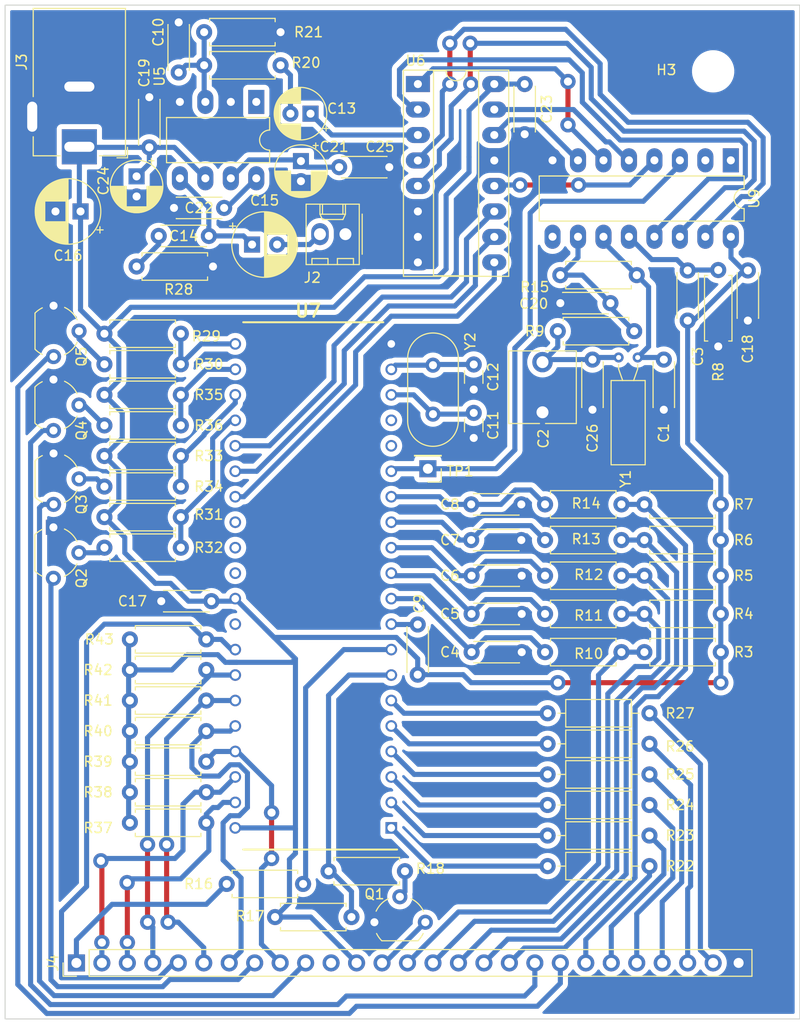
<source format=kicad_pcb>
(kicad_pcb (version 20211014) (generator pcbnew)
  (layers (0 "F.Cu" signal) (31 "B.Cu" signal) (34 "B.Paste" user) (35 "F.Paste" user) (36 "B.SilkS" user "B.Silkscreen") (37 "F.SilkS" user "F.Silkscreen") (38 "B.Mask" user) (39 "F.Mask" user) (44 "Edge.Cuts" user))
  (net 0 "")
  (net 1 "Net-(R31-Pad1)")
  (net 2 "Net-(C14-Pad2)")
  (net 3 "GND")
  (net 4 "/LED_DISPLAY_BOARD/AL")
  (net 5 "Net-(R29-Pad1)")
  (net 6 "/LED_DISPLAY_BOARD/AS")
  (net 7 "VCC")
  (net 8 "/LED_DISPLAY_BOARD/TS")
  (net 9 "/LED_DISPLAY_BOARD/HS")
  (net 10 "/LED_DISPLAY_BOARD/SAS")
  (net 11 "Net-(C2-Pad2)")
  (net 12 "Net-(C4-Pad1)")
  (net 13 "Net-(C20-Pad2)")
  (net 14 "Net-(Q1-Pad2)")
  (net 15 "Net-(C1-Pad2)")
  (net 16 "Net-(C8-Pad1)")
  (net 17 "Net-(C7-Pad1)")
  (net 18 "Net-(C6-Pad1)")
  (net 19 "Net-(C5-Pad1)")
  (net 20 "/LED_DISPLAY_BOARD/MS")
  (net 21 "Net-(R17-Pad2)")
  (net 22 "Net-(Q4-Pad2)")
  (net 23 "/MCU_BOARD/G")
  (net 24 "/MCU_BOARD/F")
  (net 25 "/MCU_BOARD/E")
  (net 26 "/MCU_BOARD/D")
  (net 27 "/MCU_BOARD/C")
  (net 28 "/MCU_BOARD/B")
  (net 29 "/MCU_BOARD/A")
  (net 30 "Net-(R16-Pad2)")
  (net 31 "Net-(Q3-Pad2)")
  (net 32 "Net-(R35-Pad1)")
  (net 33 "Net-(Q2-Pad2)")
  (net 34 "Net-(Q5-Pad2)")
  (net 35 "/LED_DISPLAY_BOARD/L4")
  (net 36 "Net-(R33-Pad1)")
  (net 37 "/LED_DISPLAY_BOARD/L0")
  (net 38 "/LED_DISPLAY_BOARD/L1")
  (net 39 "/LED_DISPLAY_BOARD/L2")
  (net 40 "Net-(R27-Pad2)")
  (net 41 "/LED_DISPLAY_BOARD/L3")
  (net 42 "Net-(R22-Pad2)")
  (net 43 "/LED_DISPLAY_BOARD/L5")
  (net 44 "Net-(R23-Pad2)")
  (net 45 "/LED_DISPLAY_BOARD/TEN_H")
  (net 46 "/LED_DISPLAY_BOARD/ONE_M")
  (net 47 "/LED_DISPLAY_BOARD/ONE_H")
  (net 48 "/LED_DISPLAY_BOARD/TEN_M")
  (net 49 "/LED_DISPLAY_BOARD/DL")
  (net 51 "Net-(C13-Pad2)")
  (net 52 "Net-(C14-Pad1)")
  (net 53 "Net-(R24-Pad2)")
  (net 54 "Net-(R25-Pad2)")
  (net 55 "Net-(R26-Pad2)")
  (net 56 "/MCU_BOARD/Q6")
  (net 57 "/MCU_BOARD/Q8")
  (net 58 "/MCU_BOARD/Q9")
  (net 59 "/MCU_BOARD/Q7")
  (net 60 "Net-(U6-Pad9)")
  (net 61 "Net-(C3-Pad2)")
  (net 62 "Net-(U6-Pad10)")
  (net 63 "Net-(U6-Pad11)")
  (net 64 "/MCU_BOARD/Q5")
  (net 65 "Net-(C12-Pad1)")
  (net 66 "Net-(C11-Pad2)")
  (net 68 "Net-(C15-Pad2)")
  (net 69 "Net-(C9-Pad2)")
  (net 70 "/MCU_BOARD/Q3")
  (net 71 "/MCU_BOARD/Q4")
  (net 74 "Net-(TP1-Pad1)")
  (footprint "Resistor_THT:R_Axial_DIN0207_L6.3mm_D2.5mm_P7.62mm_Horizontal" (layer "F.Cu") (at 178.911 79.248 180)
    (fp_text reference "R14")
    (fp_text value "470R")
  )
  (footprint "Resistor_THT:R_Axial_DIN0207_L6.3mm_D2.5mm_P7.62mm_Horizontal" (layer "F.Cu") (at 137.509 95.758 180)
    (fp_text reference "R42")
    (fp_text value "100R")
  )
  (footprint "Package_TO_SOT_THT:TO-92_Wide" (layer "F.Cu") (at 122.261 81.534 -90)
    (fp_text reference "Q2")
    (fp_text value "2N3904")
  )
  (footprint "Capacitor_THT:C_Disc_D4.3mm_W1.9mm_P5.00mm" (layer "F.Cu") (at 163.925 82.804)
    (fp_text reference "C7")
    (fp_text value "100nF")
  )
  (footprint "Resistor_THT:R_Axial_DIN0207_L6.3mm_D2.5mm_P7.62mm_Horizontal" (layer "F.Cu") (at 139.541 117.094)
    (fp_text reference "R16")
    (fp_text value "1K")
  )
  (footprint "Capacitor_THT:C_Disc_D4.3mm_W1.9mm_P5.00mm" (layer "F.Cu") (at 150.7565 45.623219)
    (fp_text reference "C25")
    (fp_text value "100nF")
  )
  (footprint "Resistor_THT:R_Axial_DIN0207_L6.3mm_D2.5mm_P7.62mm_Horizontal" (layer "F.Cu") (at 181.197 86.36)
    (fp_text reference "R5")
    (fp_text value "4k7")
  )
  (footprint "Capacitor_THT:CP_Radial_D5.0mm_P2.00mm" (layer "F.Cu") (at 146.946499 45.018888 -90)
    (fp_text reference "C21")
    (fp_text value "47uF")
  )
  (footprint "Connector_PinHeader_2.54mm:PinHeader_1x01_P2.54mm_Vertical" (layer "F.Cu") (at 159.607 75.692 180)
    (fp_text reference "TP1")
    (fp_text value "TestPoint")
  )
  (footprint "Connector_PinHeader_2.54mm:PinHeader_1x27_P2.54mm_Vertical" (layer "F.Cu") (at 124.555 124.968 90)
    (fp_text reference "J4")
    (fp_text value "Conn_01x27")
  )
  (footprint "Resistor_THT:R_Axial_DIN0207_L6.3mm_D2.5mm_P10.16mm_Horizontal" (layer "F.Cu") (at 181.705 115.316 180)
    (fp_text reference "R22")
    (fp_text value "1K")
  )
  (footprint "Package_TO_SOT_THT:TO-92_Wide" (layer "F.Cu") (at 122.277 59.436 -90)
    (fp_text reference "Q5")
    (fp_text value "2N3904")
  )
  (footprint "Resistor_THT:R_Axial_DIN0207_L6.3mm_D2.5mm_P7.62mm_Horizontal" (layer "F.Cu") (at 178.911 93.98 180)
    (fp_text reference "R10")
    (fp_text value "470R")
  )
  (footprint "Capacitor_THT:C_Disc_D4.3mm_W1.9mm_P5.00mm" (layer "F.Cu") (at 163.925 79.248)
    (fp_text reference "C8")
    (fp_text value "100nF")
  )
  (footprint "Connector_Molex:Molex_KK-254_AE-6410-02A_1x02_P2.54mm_Vertical" (layer "F.Cu") (at 151.384 52.304 180)
    (fp_text reference "J2")
    (fp_text value "Speaker_Conn_01x02")
  )
  (footprint "Capacitor_THT:C_Disc_D3.0mm_W1.6mm_P2.50mm" (layer "F.Cu") (at 164.179 65.298 -90)
    (fp_text reference "C12")
    (fp_text value "18pF")
  )
  (footprint "Resistor_THT:R_Axial_DIN0207_L6.3mm_D2.5mm_P7.62mm_Horizontal" (layer "F.Cu") (at 134.969 71.374 180)
    (fp_text reference "R36")
    (fp_text value "1k")
  )
  (footprint "Resistor_THT:R_Axial_DIN0207_L6.3mm_D2.5mm_P7.62mm_Horizontal" (layer "F.Cu") (at 149.701 115.824)
    (fp_text reference "R18")
    (fp_text value "1k")
  )
  (footprint "Resistor_THT:R_Axial_DIN0207_L6.3mm_D2.5mm_P7.62mm_Horizontal" (layer "F.Cu") (at 137.509 92.71 180)
    (fp_text reference "R43")
    (fp_text value "100R")
  )
  (footprint "Capacitor_THT:C_Disc_D3.0mm_W1.6mm_P2.50mm" (layer "F.Cu") (at 164.179 72.624 90)
    (fp_text reference "C11")
    (fp_text value "18pF")
  )
  (footprint "Resistor_THT:R_Axial_DIN0207_L6.3mm_D2.5mm_P7.62mm_Horizontal" (layer "F.Cu") (at 172.815 56.388)
    (fp_text reference "R15")
    (fp_text value "10M")
  )
  (footprint "Resistor_THT:R_Axial_DIN0207_L6.3mm_D2.5mm_P7.62mm_Horizontal" (layer "F.Cu") (at 181.197 93.98)
    (fp_text reference "R3")
    (fp_text value "4k7")
  )
  (footprint "Resistor_THT:R_Axial_DIN0207_L6.3mm_D2.5mm_P7.62mm_Horizontal" (layer "F.Cu") (at 171.291 90.17)
    (fp_text reference "R11")
    (fp_text value "470R")
  )
  (footprint "Capacitor_THT:CP_Radial_D5.0mm_P2.00mm" (layer "F.Cu") (at 147.901612 40.289219 180)
    (fp_text reference "C13")
    (fp_text value "4.7uF")
  )
  (footprint "Package_DIP:DIP-8_W7.62mm_LongPads" (layer "F.Cu") (at 142.494 39.116 -90)
    (fp_text reference "U5")
    (fp_text value "LM386")
  )
  (footprint "Resistor_THT:R_Axial_DIN0207_L6.3mm_D2.5mm_P7.62mm_Horizontal" (layer "F.Cu") (at 137.509 101.854 180)
    (fp_text reference "R40")
    (fp_text value "100R")
  )
  (footprint "Capacitor_THT:C_Disc_D4.3mm_W1.9mm_P5.00mm" (layer "F.Cu") (at 138.017 88.9 180)
    (fp_text reference "C17")
    (fp_text value "100nF")
  )
  (footprint "Resistor_THT:R_Axial_DIN0207_L6.3mm_D2.5mm_P7.62mm_Horizontal" (layer "F.Cu") (at 137.509 107.95 180)
    (fp_text reference "R38")
    (fp_text value "100R")
  )
  (footprint "Capacitor_THT:CP_Radial_D5.0mm_P2.00mm" (layer "F.Cu") (at 130.556 46.542888 -90)
    (fp_text reference "C24")
    (fp_text value "10uF")
  )
  (footprint "Resistor_THT:R_Axial_DIN0207_L6.3mm_D2.5mm_P7.62mm_Horizontal" (layer "F.Cu") (at 181.197 79.248)
    (fp_text reference "R7")
    (fp_text value "4k7")
  )
  (footprint "Capacitor_THT:C_Disc_D4.3mm_W1.9mm_P5.00mm" (layer "F.Cu") (at 134.2865 49.687219)
    (fp_text reference "C22")
    (fp_text value "100nF")
  )
  (footprint "Resistor_THT:R_Axial_DIN0207_L6.3mm_D2.5mm_P10.16mm_Horizontal" (layer "F.Cu") (at 181.705 100.076 180)
    (fp_text reference "R27")
    (fp_text value "1K")
  )
  (footprint "Capacitor_THT:C_Disc_D4.3mm_W1.9mm_P5.00mm" (layer "F.Cu") (at 137.7625 52.481219 180)
    (fp_text reference "C14")
    (fp_text value "47nF")
  )
  (footprint "Resistor_THT:R_Axial_DIN0207_L6.3mm_D2.5mm_P7.62mm_Horizontal" (layer "F.Cu") (at 144.9145 32.161219 180)
    (fp_text reference "R21")
    (fp_text value "470R")
  )
  (footprint "Resistor_THT:R_Axial_DIN0207_L6.3mm_D2.5mm_P7.62mm_Horizontal" (layer "F.Cu") (at 137.2945 35.463219)
    (fp_text reference "R20")
    (fp_text value "10K")
  )
  (footprint "Resistor_THT:R_Axial_DIN0207_L6.3mm_D2.5mm_P7.62mm_Horizontal" (layer "F.Cu") (at 134.969 65.278 180)
    (fp_text reference "R30")
    (fp_text value "1k")
  )
  (footprint "Crystal:Crystal_HC49-U_Vertical" (layer "F.Cu") (at 160.115 65.368 -90)
    (fp_text reference "Y2")
    (fp_text value "12Mhz")
  )
  (footprint "Resistor_THT:R_Axial_DIN0207_L6.3mm_D2.5mm_P7.62mm_Horizontal" (layer "F.Cu") (at 134.969 68.326 180)
    (fp_text reference "R35")
    (fp_text value "10K")
  )
  (footprint "Resistor_THT:R_Axial_DIN0207_L6.3mm_D2.5mm_P7.62mm_Horizontal" (layer "F.Cu") (at 144.367 120.396)
    (fp_text reference "R17")
    (fp_text value "10K")
  )
  (footprint "Package_DIP:DIP-16_W7.62mm_LongPads" (layer "F.Cu") (at 189.818 44.943 -90)
    (fp_text reference "U9")
    (fp_text value "SN74HC4060N")
  )
  (footprint "AT89S51-33PU:DIP1556W56P254L5232H483Q40N" (layer "F.Cu") (at 148.177 87.376 180)
    (fp_text reference "U7")
    (fp_text value "AT89S51-24PU" hide)
  )
  (footprint "Resistor_THT:R_Axial_DIN0207_L6.3mm_D2.5mm_P7.62mm_Horizontal" (layer "F.Cu") (at 134.969 77.47 180)
    (fp_text reference "R34")
    (fp_text value "1k")
  )
  (footprint "Resistor_THT:R_Axial_DIN0207_L6.3mm_D2.5mm_P7.62mm_Horizontal" (layer "F.Cu") (at 181.197 82.804)
    (fp_text reference "R6")
    (fp_text value "4k7")
  )
  (footprint "Resistor_THT:R_Axial_DIN0207_L6.3mm_D2.5mm_P7.62mm_Horizontal" (layer "F.Cu") (at 181.197 90.17)
    (fp_text reference "R4")
    (fp_text value "4k7")
  )
  (footprint "Resistor_THT:R_Axial_DIN0207_L6.3mm_D2.5mm_P10.16mm_Horizontal" (layer "F.Cu") (at 181.705 112.268 180)
    (fp_text reference "R23")
    (fp_text value "1K")
  )
  (footprint "Capacitor_THT:C_Rect_L7.0mm_W6.5mm_P5.00mm" (layer "F.Cu") (at 171.037 70.064 90)
    (fp_text reference "C2")
    (fp_text value "5-20pF")
  )
  (footprint "Resistor_THT:R_Axial_DIN0207_L6.3mm_D2.5mm_P7.62mm_Horizontal" (layer "F.Cu") (at 130.556 55.529219)
    (fp_text reference "R28")
    (fp_text value "10R")
  )
  (footprint "Capacitor_THT:C_Disc_D4.3mm_W1.9mm_P5.00mm" (layer "F.Cu") (at 185.515 60.92 90)
    (fp_text reference "C3")
    (fp_text value "100nF")
  )
  (footprint "Capacitor_THT:C_Disc_D4.3mm_W1.9mm_P5.00mm" (layer "F.Cu") (at 163.965 93.98)
    (fp_text reference "C4")
    (fp_text value "100nF")
  )
  (footprint "Capacitor_THT:CP_Radial_D6.3mm_P2.50mm" (layer "F.Cu") (at 124.968 50.038 180)
    (fp_text reference "C16")
    (fp_text value "330uF")
  )
  (footprint "Package_TO_SOT_THT:TO-92_Wide" (layer "F.Cu") (at 122.277 74.168 -90)
    (fp_text reference "Q3")
    (fp_text value "2N3904")
  )
  (footprint "Resistor_THT:R_Axial_DIN0207_L6.3mm_D2.5mm_P7.62mm_Horizontal" (layer "F.Cu") (at 134.969 74.422 180)
    (fp_text reference "R33")
    (fp_text value "10K")
  )
  (footprint "Capacitor_THT:CP_Radial_D6.3mm_P2.50mm" (layer "F.Cu") (at 142.073621 53.34)
    (fp_text reference "C15")
    (fp_text value "330uF")
  )
  (footprint "Capacitor_THT:C_Disc_D4.3mm_W1.9mm_P5.00mm" (layer "F.Cu") (at 183.134 69.81 90)
    (fp_text reference "C1")
    (fp_text value "12pF")
  )
  (footprint "Resistor_THT:R_Axial_DIN0207_L6.3mm_D2.5mm_P7.62mm_Horizontal" (layer "F.Cu") (at 137.509 104.902 180)
    (fp_text reference "R39")
    (fp_text value "100R")
  )
  (footprint "Resistor_THT:R_Axial_DIN0207_L6.3mm_D2.5mm_P7.62mm_Horizontal" (layer "F.Cu") (at 188.563 55.88 -90)
    (fp_text reference "R8")
    (fp_text value "1k")
  )
  (footprint "Resistor_THT:R_Axial_DIN0207_L6.3mm_D2.5mm_P7.62mm_Horizontal" (layer "F.Cu") (at 134.969 80.518 180)
    (fp_text reference "R31")
    (fp_text value "10K")
  )
  (footprint "Resistor_THT:R_Axial_DIN0207_L6.3mm_D2.5mm_P10.16mm_Horizontal" (layer "F.Cu") (at 181.705 106.172 180)
    (fp_text reference "R25")
    (fp_text value "1K")
  )
  (footprint "Resistor_THT:R_Axial_DIN0207_L6.3mm_D2.5mm_P7.62mm_Horizontal" (layer "F.Cu") (at 134.969 62.23 180)
    (fp_text reference "R29")
    (fp_text value "10K")
  )
  (footprint "Capacitor_THT:C_Disc_D4.3mm_W1.9mm_P5.00mm" (layer "F.Cu") (at 191.516 55.92 -90)
    (fp_text reference "C18")
    (fp_text value "100nF")
  )
  (footprint "Capacitor_THT:C_Disc_D4.3mm_W1.9mm_P5.00mm" (layer "F.Cu") (at 131.826 43.648 90)
    (fp_text reference "C19")
    (fp_text value "100nF")
  )
  (footprint "Package_TO_SOT_THT:TO-92_Wide" (layer "F.Cu") (at 122.269 66.802 -90)
    (fp_text reference "Q4")
    (fp_text value "2N3904")
  )
  (footprint "Resistor_THT:R_Axial_DIN0207_L6.3mm_D2.5mm_P7.62mm_Horizontal" (layer "F.Cu") (at 178.911 86.36 180)
    (fp_text reference "R12")
    (fp_text value "470R")
  )
  (footprint "Capacitor_THT:C_Disc_D4.3mm_W1.9mm_P5.00mm" (layer "F.Cu") (at 134.7545 36.185219 90)
    (fp_text reference "C10")
    (fp_text value "100nF")
  )
  (footprint "Capacitor_THT:C_Disc_D4.3mm_W1.9mm_P5.00mm" (layer "F.Cu") (at 163.965 90.17)
    (fp_text reference "C5")
    (fp_text value "100nF")
  )
  (footprint "MountingHole:MountingHole_3.2mm_M3" (layer "F.Cu") (at 188.055 36.068)
    (fp_text reference "H3")
    (fp_text value "MountingHole")
  )
  (footprint "Capacitor_THT:C_Disc_D4.3mm_W1.9mm_P5.00mm" (layer "F.Cu") (at 172.815 59.182)
    (fp_text reference "C20")
    (fp_text value "1nF")
  )
  (footprint "Resistor_THT:R_Axial_DIN0207_L6.3mm_D2.5mm_P7.62mm_Horizontal" (layer "F.Cu") (at 137.509 98.806 180)
    (fp_text reference "R41")
    (fp_text value "100R")
  )
  (footprint "Resistor_THT:R_Axial_DIN0207_L6.3mm_D2.5mm_P10.16mm_Horizontal" (layer "F.Cu") (at 181.705 103.124 180)
    (fp_text reference "R26")
    (fp_text value "1K")
  )
  (footprint "Crystal:Crystal_C38-LF_D3.0mm_L8.0mm_Horizontal" (layer "F.Cu") (at 178.628 64.6)
    (fp_text reference "Y1")
    (fp_text value "32.768Khz")
  )
  (footprint "Capacitor_THT:C_Disc_D4.3mm_W1.9mm_P5.00mm" (layer "F.Cu") (at 163.965 86.36)
    (fp_text reference "C6")
    (fp_text value "100nF")
  )
  (footprint "Package_DIP:DIP-16_W7.62mm_Socket_LongPads" (layer "F.Cu") (at 158.608323 37.338)
    (fp_text reference "U6")
    (fp_text value "74HC4051")
  )
  (footprint "Resistor_THT:R_Axial_DIN0207_L6.3mm_D2.5mm_P10.16mm_Horizontal" (layer "F.Cu") (at 181.705 109.22 180)
    (fp_text reference "R24")
    (fp_text value "1K")
  )
  (footprint "Connector_BarrelJack:BarrelJack_Horizontal" (layer "F.Cu") (at 124.8485 43.592 -90)
    (fp_text reference "J3")
    (fp_text value "Barrel_Jack_Switch")
  )
  (footprint "Resistor_THT:R_Axial_DIN0207_L6.3mm_D2.5mm_P7.62mm_Horizontal" (layer "F.Cu") (at 172.561 61.976)
    (fp_text reference "R9")
    (fp_text value "200k")
  )
  (footprint "Package_TO_SOT_THT:TO-92_Wide" (layer "F.Cu") (at 154.273 120.912)
    (fp_text reference "Q1")
    (fp_text value "2N3904")
  )
  (footprint "Capacitor_THT:C_Disc_D4.3mm_W1.9mm_P5.00mm" (layer "F.Cu") (at 158.591 96.226 90)
    (fp_text reference "C9")
    (fp_text value "100nF")
  )
  (footprint "Resistor_THT:R_Axial_DIN0207_L6.3mm_D2.5mm_P7.62mm_Horizontal" (layer "F.Cu") (at 134.969 83.566 180)
    (fp_text reference "R32")
    (fp_text value "1k")
  )
  (footprint "Capacitor_THT:C_Disc_D4.3mm_W1.9mm_P5.00mm" (layer "F.Cu") (at 169.259 37.338 -90)
    (fp_text reference "C23")
    (fp_text value "100nF")
  )
  (footprint "Resistor_THT:R_Axial_DIN0207_L6.3mm_D2.5mm_P7.62mm_Horizontal" (layer "F.Cu") (at 178.911 82.804 180)
    (fp_text reference "R13")
    (fp_text value "470R")
  )
  (footprint "Resistor_THT:R_Axial_DIN0207_L6.3mm_D2.5mm_P7.62mm_Horizontal" (layer "F.Cu") (at 137.509 110.998 180)
    (fp_text reference "R37")
    (fp_text value "100R")
  )
  (footprint "Capacitor_THT:C_Disc_D4.3mm_W1.9mm_P5.00mm" (layer "F.Cu") (at 176.022 64.81 -90)
    (fp_text reference "C26")
    (fp_text value "12pF")
  )
  (gr_rect (start 117.443 29.464) (end 196.691 130.556) (layer "Edge.Cuts") (width 0.1) (fill none))
  (segment (start 141.789 44.901) (end 139.954 46.736) (width 0.508) (layer "B.Cu") (net 0))
  (segment (start 137.2945 35.463219) (end 135.4765 35.463219) (width 0.508) (layer "B.Cu") (net 0))
  (segment (start 150.7565 45.623219) (end 147.55083 45.623219) (width 0.508) (layer "B.Cu") (net 0))
  (segment (start 146.812 45.018888) (end 146.694112 44.901) (width 0.508) (layer "B.Cu") (net 0))
  (segment (start 135.4765 35.463219) (end 134.7545 36.185219) (width 0.508) (layer "B.Cu") (net 0))
  (segment (start 137.2945 38.9965) (end 137.414 39.116) (width 0.508) (layer "B.Cu") (net 0))
  (segment (start 137.2945 35.463219) (end 137.2945 38.9965) (width 0.508) (layer "B.Cu") (net 0))
  (segment (start 150.030393 42.418) (end 147.901612 40.289219) (width 0.508) (layer "B.Cu") (net 0))
  (segment (start 147.55083 45.623219) (end 146.946499 45.018888) (width 0.508) (layer "B.Cu") (net 0))
  (segment (start 137.2945 32.161219) (end 137.2945 35.463219) (width 0.508) (layer "B.Cu") (net 0))
  (segment (start 158.608323 42.418) (end 150.030393 42.418) (width 0.508) (layer "B.Cu") (net 0))
  (segment (start 146.694112 44.901) (end 141.789 44.901) (width 0.508) (layer "B.Cu") (net 0))
  (segment (start 139.542781 49.687219) (end 142.494 46.736) (width 0.508) (layer "B.Cu") (net 0))
  (segment (start 139.2865 49.687219) (end 139.542781 49.687219) (width 0.508) (layer "B.Cu") (net 0))
  (segment (start 139.963907 70.866) (end 138.144499 72.685408) (width 0.508) (layer "B.Cu") (net 1))
  (segment (start 134.969 83.566) (end 134.969 80.518) (width 0.508) (layer "B.Cu") (net 1))
  (segment (start 138.144499 77.342501) (end 134.969 80.518) (width 0.508) (layer "B.Cu") (net 1))
  (segment (start 140.398 70.866) (end 139.963907 70.866) (width 0.508) (layer "B.Cu") (net 1))
  (segment (start 138.144499 72.685408) (end 138.144499 77.342501) (width 0.508) (layer "B.Cu") (net 1))
  (segment (start 132.7625 52.481219) (end 132.7625 53.322719) (width 0.508) (layer "B.Cu") (net 2))
  (segment (start 132.7625 53.322719) (end 130.556 55.529219) (width 0.508) (layer "B.Cu") (net 2))
  (segment (start 137.509 119.126) (end 139.541 117.094) (width 0.508) (layer "B.Cu") (net 4))
  (segment (start 124.555 122.682) (end 128.111 119.126) (width 0.508) (layer "B.Cu") (net 4))
  (segment (start 124.555 124.968) (end 124.555 122.682) (width 0.508) (layer "B.Cu") (net 4))
  (segment (start 128.111 119.126) (end 137.509 119.126) (width 0.508) (layer "B.Cu") (net 4))
  (segment (start 137.001 63.246) (end 134.969 65.278) (width 0.508) (layer "B.Cu") (net 5))
  (segment (start 134.969 65.278) (end 134.969 62.23) (width 0.508) (layer "B.Cu") (net 5))
  (segment (start 140.398 63.246) (end 137.001 63.246) (width 0.508) (layer "B.Cu") (net 5))
  (segment (start 178.440501 115.759559) (end 178.440501 98.798042) (width 0.508) (layer "B.Cu") (net 6))
  (segment (start 181.942927 96.52) (end 183.520501 94.942426) (width 0.508) (layer "B.Cu") (net 6))
  (segment (start 178.440501 115.759559) (end 172.494062 121.705998) (width 0.508) (layer "B.Cu") (net 6))
  (segment (start 180.718543 96.52) (end 181.942927 96.52) (width 0.508) (layer "B.Cu") (net 6))
  (segment (start 183.520501 88.683501) (end 181.197 86.36) (width 0.508) (layer "B.Cu") (net 6))
  (segment (start 172.494062 121.705998) (end 165.917002 121.705998) (width 0.508) (layer "B.Cu") (net 6))
  (segment (start 183.520501 94.942426) (end 183.520501 88.683501) (width 0.508) (layer "B.Cu") (net 6))
  (segment (start 178.440501 98.798042) (end 180.718543 96.52) (width 0.508) (layer "B.Cu") (net 6))
  (segment (start 165.917002 121.705998) (end 162.655 124.968) (width 0.508) (layer "B.Cu") (net 6))
  (segment (start 178.911 86.36) (end 181.197 86.36) (width 0.508) (layer "B.Cu") (net 6))
  (segment (start 172.561 97.028) (end 188.817 97.028) (width 0.508) (layer "F.Cu") (net 7))
  (via (at 172.561 97.028) (size 1.524) (drill 0.8128) (layers "F.Cu" "B.Cu") (net 7))
  (via (at 188.817 97.028) (size 1.524) (drill 0.8128) (layers "F.Cu" "B.Cu") (net 7))
  (segment (start 153.2965 56.545219) (end 150.2485 59.593219) (width 0.508) (layer "B.Cu") (net 7))
  (segment (start 169.005 97.028) (end 172.561 97.028) (width 0.508) (layer "B.Cu") (net 7))
  (segment (start 131.826 43.648) (end 131.826 45.272888) (width 0.508) (layer "B.Cu") (net 7))
  (segment (start 150.2485 59.593219) (end 129.985781 59.593219) (width 0.508) (layer "B.Cu") (net 7))
  (segment (start 146.399 94.647) (end 143.351 91.599) (width 0.508) (layer "B.Cu") (net 7))
  (segment (start 134.326 43.648) (end 131.826 43.648) (width 0.508) (layer "B.Cu") (net 7))
  (segment (start 124.968 50.038) (end 124.968 59.849) (width 0.508) (layer "B.Cu") (net 7))
  (segment (start 160.654719 56.553) (end 153.304281 56.553) (width 0.508) (layer "B.Cu") (net 7))
  (segment (start 138.017 88.9) (end 140.144 88.9) (width 0.508) (layer "B.Cu") (net 7))
  (segment (start 152.495 124.968) (end 147.923 120.396) (width 0.508) (layer "B.Cu") (net 7))
  (segment (start 156.459063 92.5115) (end 144.2635 92.5115) (width 0.508) (layer "B.Cu") (net 7))
  (segment (start 188.817 97.028) (end 188.817 93.98) (width 0.508) (layer "B.Cu") (net 7))
  (segment (start 138.652 94.234) (end 139.2235 94.8055) (width 0.508) (layer "B.Cu") (net 7))
  (segment (start 145.8022 114.6428) (end 145.8022 118.9608) (width 0.508) (layer "B.Cu") (net 7))
  (segment (start 188.817 79.248) (end 188.817 76.454) (width 0.508) (layer "B.Cu") (net 7))
  (segment (start 153.304281 56.553) (end 153.2965 56.545219) (width 0.508) (layer "B.Cu") (net 7))
  (segment (start 188.817 93.98) (end 188.817 79.248) (width 0.508) (layer "B.Cu") (net 7))
  (segment (start 144.2635 92.5115) (end 143.351 91.599) (width 0.508) (layer "B.Cu") (net 7))
  (segment (start 140.144 88.9) (end 140.398 88.646) (width 0.508) (layer "B.Cu") (net 7))
  (segment (start 140.557 94.996) (end 146.05 94.996) (width 0.508) (layer "B.Cu") (net 7))
  (segment (start 189.833 54.65) (end 191.103 55.92) (width 0.508) (layer "B.Cu") (net 7))
  (segment (start 143.351 91.599) (end 140.398 88.646) (width 0.508) (layer "B.Cu") (net 7))
  (segment (start 135.731 88.9) (end 138.017 88.9) (width 0.508) (layer "B.Cu") (net 7))
  (segment (start 185.515 73.152) (end 185.515 60.92) (width 0.508) (layer "B.Cu") (net 7))
  (segment (start 163.123 96.226) (end 163.925 97.028) (width 0.508) (layer "B.Cu") (net 7))
  (segment (start 124.9045 43.648) (end 124.8485 43.592) (width 0.508) (layer "B.Cu") (net 7))
  (segment (start 128.784 79.083) (end 127.349 80.518) (width 0.508) (layer "B.Cu") (net 7))
  (segment (start 163.7105 44.607219) (end 163.7105 46.131219) (width 0.508) (layer "B.Cu") (net 7))
  (segment (start 191.103 55.92) (end 186.103 60.92) (width 0.508) (layer "B.Cu") (net 7))
  (segment (start 129.127 70.104) (end 129.127 72.644) (width 0.508) (layer "B.Cu") (net 7))
  (segment (start 139.2235 94.8055) (end 139.414 94.996) (width 0.508) (layer "B.Cu") (net 7))
  (segment (start 163.7105 39.966427) (end 163.7105 44.607219) (width 0.508) (layer "B.Cu") (net 7))
  (segment (start 189.833 52.578) (end 189.833 54.65) (width 0.508) (layer "B.Cu") (net 7))
  (segment (start 166.228323 37.448604) (end 163.7105 39.966427) (width 0.508) (layer "B.Cu") (net 7))
  (segment (start 137.414 46.736) (end 134.326 43.648) (width 0.508) (layer "B.Cu") (net 7))
  (segment (start 132.429 87.122) (end 129.381 84.074) (width 0.508) (layer "B.Cu") (net 7))
  (segment (start 135.731 88.9) (end 133.953 87.122) (width 0.508) (layer "B.Cu") (net 7))
  (segment (start 139.795 94.996) (end 140.557 94.996) (width 0.508) (layer "B.Cu") (net 7))
  (segment (start 146.05 94.996) (end 146.399 94.647) (width 0.508) (layer "B.Cu") (net 7))
  (segment (start 129.381 82.55) (end 127.349 80.518) (width 0.508) (layer "B.Cu") (net 7))
  (segment (start 128.784 75.857) (end 128.784 79.083) (width 0.508) (layer "B.Cu") (net 7))
  (segment (start 146.304 111.506) (end 146.399 111.601) (width 0.508) (layer "B.Cu") (net 7))
  (segment (start 127.349 62.23) (end 128.784 63.665) (width 0.508) (layer "B.Cu") (net 7))
  (segment (start 140.557 94.996) (end 139.414 94.996) (width 0.508) (layer "B.Cu") (net 7))
  (segment (start 158.591 96.226) (end 163.123 96.226) (width 0.508) (layer "B.Cu") (net 7))
  (segment (start 158.591 96.226) (end 158.591 94.643437) (width 0.508) (layer "B.Cu") (net 7))
  (segment (start 124.8485 43.592) (end 124.8485 49.9185) (width 0.508) (layer "B.Cu") (net 7))
  (segment (start 169.259 37.338) (end 166.228323 37.338) (width 0.508) (layer "B.Cu") (net 7))
  (segment (start 128.784 63.665) (end 128.784 66.891) (width 0.508) (layer "B.Cu") (net 7))
  (segment (start 129.762 110.998) (end 129.762 92.71) (width 0.508) (layer "B.Cu") (net 7))
  (segment (start 129.127 72.644) (end 127.349 74.422) (width 0.508) (layer "B.Cu") (net 7))
  (segment (start 124.968 59.849) (end 127.349 62.23) (width 0.508) (layer "B.Cu") (net 7))
  (segment (start 129.381 84.074) (end 129.381 82.55) (width 0.508) (layer "B.Cu") (net 7))
  (segment (start 127.349 74.422) (end 128.784 75.857) (width 0.508) (layer "B.Cu") (net 7))
  (segment (start 133.953 87.122) (end 132.429 87.122) (width 0.508) (layer "B.Cu") (net 7))
  (segment (start 161.0435 56.164219) (end 160.654719 56.553) (width 0.508) (layer "B.Cu") (net 7))
  (segment (start 188.817 76.454) (end 185.515 73.152) (width 0.508) (layer "B.Cu") (net 7))
  (segment (start 124.8485 49.9185) (end 124.968 50.038) (width 0.508) (layer "B.Cu") (net 7))
  (segment (start 131.826 45.272888) (end 130.556 46.542888) (width 0.508) (layer "B.Cu") (net 7))
  (segment (start 129.985781 59.593219) (end 127.349 62.23) (width 0.508) (layer "B.Cu") (net 7))
  (segment (start 158.591 94.643437) (end 156.459063 92.5115) (width 0.508) (layer "B.Cu") (net 7))
  (segment (start 186.103 60.92) (end 185.515 60.92) (width 0.508) (layer "B.Cu") (net 7))
  (segment (start 127.349 68.326) (end 129.127 70.104) (width 0.508) (layer "B.Cu") (net 7))
  (segment (start 161.4245 55.783219) (end 161.0435 56.164219) (width 0.508) (layer "B.Cu") (net 7))
  (segment (start 163.925 97.028) (end 169.005 97.028) (width 0.508) (layer "B.Cu") (net 7))
  (segment (start 135.604 94.234) (end 138.652 94.234) (width 0.508) (layer "B.Cu") (net 7))
  (segment (start 134.08 95.758) (end 135.604 94.234) (width 0.508) (layer "B.Cu") (net 7))
  (segment (start 161.4245 48.417219) (end 161.4245 55.783219) (width 0.508) (layer "B.Cu") (net 7))
  (segment (start 147.923 120.396) (end 144.367 120.396) (width 0.508) (layer "B.Cu") (net 7))
  (segment (start 131.826 43.648) (end 124.9045 43.648) (width 0.508) (layer "B.Cu") (net 7))
  (segment (start 163.7105 46.131219) (end 161.4245 48.417219) (width 0.508) (layer "B.Cu") (net 7))
  (segment (start 140.398 111.506) (end 146.304 111.506) (width 0.508) (layer "B.Cu") (net 7))
  (segment (start 146.399 111.601) (end 146.399 94.647) (width 0.508) (layer "B.Cu") (net 7))
  (segment (start 129.762 95.758) (end 134.08 95.758) (width 0.508) (layer "B.Cu") (net 7))
  (segment (start 146.399 111.601) (end 146.399 114.046) (width 0.508) (layer "B.Cu") (net 7))
  (segment (start 128.784 66.891) (end 127.349 68.326) (width 0.508) (layer "B.Cu") (net 7))
  (segment (start 145.8022 118.9608) (end 144.367 120.396) (width 0.508) (layer "B.Cu") (net 7))
  (segment (start 146.399 114.046) (end 145.8022 114.6428) (width 0.508) (layer "B.Cu") (net 7))
  (segment (start 166.228323 37.338) (end 166.228323 37.448604) (width 0.508) (layer "B.Cu") (net 7))
  (segment (start 179.381499 99.113574) (end 180.959073 97.536) (width 0.508) (layer "B.Cu") (net 8))
  (segment (start 172.889031 122.594499) (end 179.381499 116.102031) (width 0.508) (layer "B.Cu") (net 8))
  (segment (start 178.911 82.804) (end 181.197 82.804) (width 0.508) (layer "B.Cu") (net 8))
  (segment (start 184.409002 95.310455) (end 184.409002 86.016002) (width 0.508) (layer "B.Cu") (net 8))
  (segment (start 184.409002 86.016002) (end 181.197 82.804) (width 0.508) (layer "B.Cu") (net 8))
  (segment (start 180.959073 97.536) (end 182.183457 97.536) (width 0.508) (layer "B.Cu") (net 8))
  (segment (start 167.568501 122.594499) (end 172.889031 122.594499) (width 0.508) (layer "B.Cu") (net 8))
  (segment (start 179.381499 116.102031) (end 179.381499 99.113574) (width 0.508) (layer "B.Cu") (net 8))
  (segment (start 182.183457 97.536) (end 184.409002 95.310455) (width 0.508) (layer "B.Cu") (net 8))
  (segment (start 165.195 124.968) (end 167.568501 122.594499) (width 0.508) (layer "B.Cu") (net 8))
  (segment (start 171.799 119.888) (end 162.655 119.888) (width 0.508) (layer "B.Cu") (net 9))
  (segment (start 178.911 93.98) (end 181.197 93.98) (width 0.508) (layer "B.Cu") (net 9))
  (segment (start 162.655 119.888) (end 157.575 124.968) (width 0.508) (layer "B.Cu") (net 9))
  (segment (start 176.625 115.062) (end 171.799 119.888) (width 0.508) (layer "B.Cu") (net 9))
  (segment (start 176.625 115.062) (end 176.625 96.266) (width 0.508) (layer "B.Cu") (net 9))
  (segment (start 176.625 96.266) (end 178.911 93.98) (width 0.508) (layer "B.Cu") (net 9))
  (segment (start 167.735 124.968) (end 169.22 123.483) (width 0.508) (layer "B.Cu") (net 10))
  (segment (start 181.197 79.248) (end 178.911 79.248) (width 0.508) (layer "B.Cu") (net 10))
  (segment (start 185.297503 95.678484) (end 185.297503 83.348503) (width 0.508) (layer "B.Cu") (net 10))
  (segment (start 182.594499 98.424501) (end 182.594499 98.381488) (width 0.508) (layer "B.Cu") (net 10))
  (segment (start 169.22 123.483) (end 173.25706 123.483) (width 0.508) (layer "B.Cu") (net 10))
  (segment (start 182.594499 98.381488) (end 185.297503 95.678484) (width 0.508) (layer "B.Cu") (net 10))
  (segment (start 173.25706 123.483) (end 180.27 116.47006) (width 0.508) (layer "B.Cu") (net 10))
  (segment (start 181.327102 98.424501) (end 182.594499 98.424501) (width 0.508) (layer "B.Cu") (net 10))
  (segment (start 180.27 116.47006) (end 180.27 99.481603) (width 0.508) (layer "B.Cu") (net 10))
  (segment (start 185.297503 83.348503) (end 181.197 79.248) (width 0.508) (layer "B.Cu") (net 10))
  (segment (start 180.27 99.481603) (end 181.327102 98.424501) (width 0.508) (layer "B.Cu") (net 10))
  (segment (start 171.291 64.81) (end 171.037 65.064) (width 0.508) (layer "B.Cu") (net 11))
  (segment (start 176.232 64.6) (end 176.022 64.81) (width 0.508) (layer "B.Cu") (net 11))
  (segment (start 178.628 64.6) (end 176.232 64.6) (width 0.508) (layer "B.Cu") (net 11))
  (segment (start 172.561 63.54) (end 171.037 65.064) (width 0.508) (layer "B.Cu") (net 11))
  (segment (start 172.561 61.976) (end 172.561 63.54) (width 0.508) (layer "B.Cu") (net 11))
  (segment (start 176.022 64.81) (end 171.291 64.81) (width 0.508) (layer "B.Cu") (net 11))
  (segment (start 158.631 88.646) (end 155.956 88.646) (width 0.508) (layer "B.Cu") (net 12))
  (segment (start 169.856 92.545) (end 165.4 92.545) (width 0.508) (layer "B.Cu") (net 12))
  (segment (start 165.4 92.545) (end 163.965 93.98) (width 0.508) (layer "B.Cu") (net 12))
  (segment (start 163.965 93.98) (end 158.631 88.646) (width 0.508) (layer "B.Cu") (net 12))
  (segment (start 171.291 93.98) (end 169.856 92.545) (width 0.508) (layer "B.Cu") (net 12))
  (segment (start 175.021 56.388) (end 177.815 59.182) (width 0.508) (layer "B.Cu") (net 13))
  (segment (start 174.578 52.563) (end 174.578 54.625) (width 0.508) (layer "B.Cu") (net 13))
  (segment (start 172.815 56.388) (end 175.021 56.388) (width 0.508) (layer "B.Cu") (net 13))
  (segment (start 177.815 59.61) (end 180.181 61.976) (width 0.508) (layer "B.Cu") (net 13))
  (segment (start 177.815 59.182) (end 177.815 59.61) (width 0.508) (layer "B.Cu") (net 13))
  (segment (start 174.578 54.625) (end 172.815 56.388) (width 0.508) (layer "B.Cu") (net 13))
  (segment (start 157.321 117.864) (end 156.813 118.372) (width 0.508) (layer "B.Cu") (net 14))
  (segment (start 157.321 115.824) (end 157.321 117.864) (width 0.508) (layer "B.Cu") (net 14))
  (segment (start 180.435 56.388) (end 181.616 57.569) (width 0.508) (layer "B.Cu") (net 15))
  (segment (start 181.616 63.512) (end 180.528 64.6) (width 0.508) (layer "B.Cu") (net 15))
  (segment (start 181.616 57.569) (end 181.616 63.512) (width 0.508) (layer "B.Cu") (net 15))
  (segment (start 177.148 52.593) (end 177.133 52.578) (width 0.508) (layer "B.Cu") (net 15))
  (segment (start 182.924 64.6) (end 183.134 64.81) (width 0.508) (layer "B.Cu") (net 15))
  (segment (start 177.118 53.071) (end 180.435 56.388) (width 0.508) (layer "B.Cu") (net 15))
  (segment (start 180.528 64.6) (end 182.924 64.6) (width 0.508) (layer "B.Cu") (net 15))
  (segment (start 177.118 52.563) (end 177.118 53.071) (width 0.508) (layer "B.Cu") (net 15))
  (segment (start 168.330603 77.813) (end 166.895603 79.248) (width 0.508) (layer "B.Cu") (net 16))
  (segment (start 163.925 79.248) (end 161.521281 79.248) (width 0.508) (layer "B.Cu") (net 16))
  (segment (start 166.895603 79.248) (end 163.925 79.248) (width 0.508) (layer "B.Cu") (net 16))
  (segment (start 169.856 77.813) (end 168.330603 77.813) (width 0.508) (layer "B.Cu") (net 16))
  (segment (start 161.521281 79.248) (end 160.759281 78.486) (width 0.508) (layer "B.Cu") (net 16))
  (segment (start 171.291 79.248) (end 169.856 77.813) (width 0.508) (layer "B.Cu") (net 16))
  (segment (start 160.759281 78.486) (end 155.956 78.486) (width 0.508) (layer "B.Cu") (net 16))
  (segment (start 165.36 81.369) (end 163.925 82.804) (width 0.508) (layer "B.Cu") (net 17))
  (segment (start 171.291 82.804) (end 169.856 81.369) (width 0.508) (layer "B.Cu") (net 17))
  (segment (start 163.925 82.804) (end 162.791281 82.804) (width 0.508) (layer "B.Cu") (net 17))
  (segment (start 161.013281 81.026) (end 155.956 81.026) (width 0.508) (layer "B.Cu") (net 17))
  (segment (start 162.791281 82.804) (end 161.013281 81.026) (width 0.508) (layer "B.Cu") (net 17))
  (segment (start 169.856 81.369) (end 165.36 81.369) (width 0.508) (layer "B.Cu") (net 17))
  (segment (start 159.997281 83.566) (end 162.791281 86.36) (width 0.508) (layer "B.Cu") (net 18))
  (segment (start 171.291 86.36) (end 169.856 84.925) (width 0.508) (layer "B.Cu") (net 18))
  (segment (start 169.856 84.925) (end 165.4 84.925) (width 0.508) (layer "B.Cu") (net 18))
  (segment (start 155.956 83.566) (end 159.997281 83.566) (width 0.508) (layer "B.Cu") (net 18))
  (segment (start 162.791281 86.36) (end 163.965 86.36) (width 0.508) (layer "B.Cu") (net 18))
  (segment (start 165.4 84.925) (end 163.965 86.36) (width 0.508) (layer "B.Cu") (net 18))
  (segment (start 171.291 90.17) (end 169.856 88.735) (width 0.508) (layer "B.Cu") (net 19))
  (segment (start 160.155 86.36) (end 156.21 86.36) (width 0.508) (layer "B.Cu") (net 19))
  (segment (start 156.21 86.36) (end 155.956 86.106) (width 0.508) (layer "B.Cu") (net 19))
  (segment (start 163.965 90.17) (end 160.155 86.36) (width 0.508) (layer "B.Cu") (net 19))
  (segment (start 165.4 88.735) (end 163.965 90.17) (width 0.508) (layer "B.Cu") (net 19))
  (segment (start 169.856 88.735) (end 165.4 88.735) (width 0.508) (layer "B.Cu") (net 19))
  (segment (start 178.911 90.17) (end 181.197 90.17) (width 0.508) (layer "B.Cu") (net 20))
  (segment (start 182.632 91.605) (end 181.197 90.17) (width 0.508) (layer "B.Cu") (net 20))
  (segment (start 164.265503 120.817497) (end 160.115 124.968) (width 0.508) (layer "B.Cu") (net 20))
  (segment (start 180.27 95.415) (end 181.791397 95.415) (width 0.508) (layer "B.Cu") (net 20))
  (segment (start 177.552 115.39153) (end 172.126033 120.817497) (width 0.508) (layer "B.Cu") (net 20))
  (segment (start 181.791397 95.415) (end 182.632 94.574397) (width 0.508) (layer "B.Cu") (net 20))
  (segment (start 182.632 94.574397) (end 182.632 91.605) (width 0.508) (layer "B.Cu") (net 20))
  (segment (start 172.126033 120.817497) (end 164.265503 120.817497) (width 0.508) (layer "B.Cu") (net 20))
  (segment (start 177.552 98.133) (end 180.27 95.415) (width 0.508) (layer "B.Cu") (net 20))
  (segment (start 177.552 115.39153) (end 177.552 98.133) (width 0.508) (layer "B.Cu") (net 20))
  (segment (start 151.733 96.266) (end 149.701 98.298) (width 0.508) (layer "B.Cu") (net 21))
  (segment (start 151.987 117.856) (end 151.987 120.396) (width 0.508) (layer "B.Cu") (net 21))
  (segment (start 149.701 115.57) (end 151.987 117.856) (width 0.508) (layer "B.Cu") (net 21))
  (segment (start 149.701 98.298) (end 149.701 115.57) (width 0.508) (layer "B.Cu") (net 21))
  (segment (start 155.956 96.266) (end 151.733 96.266) (width 0.508) (layer "B.Cu") (net 21))
  (segment (start 124.809 69.342) (end 125.317 69.342) (width 0.508) (layer "B.Cu") (net 22))
  (segment (start 125.317 69.342) (end 127.349 71.374) (width 0.508) (layer "B.Cu") (net 22))
  (segment (start 132.790108 126.453) (end 134.275108 124.968) (width 0.508) (layer "B.Cu") (net 23))
  (segment (start 135.858 91.186) (end 127.349 91.186) (width 0.508) (layer "B.Cu") (net 23))
  (segment (start 127.349 91.186) (end 126.714 91.821) (width 0.508) (layer "B.Cu") (net 23))
  (segment (start 137.382 92.71) (end 139.001 92.71) (width 0.508) (layer "B.Cu") (net 23))
  (segment (start 137.382 92.71) (end 135.858 91.186) (width 0.508) (layer "B.Cu") (net 23))
  (segment (start 125.571 92.964) (end 125.571 117.348) (width 0.508) (layer "B.Cu") (net 23))
  (segment (start 134.275108 124.968) (end 134.715 124.968) (width 0.508) (layer "B.Cu") (net 23))
  (segment (start 123.07 126.453) (end 132.790108 126.453) (width 0.508) (layer "B.Cu") (net 23))
  (segment (start 126.714 91.821) (end 125.571 92.964) (width 0.508) (layer "B.Cu") (net 23))
  (segment (start 123.07 119.849) (end 123.07 126.453) (width 0.508) (layer "B.Cu") (net 23))
  (segment (start 139.001 92.71) (end 140.017 93.726) (width 0.508) (layer "B.Cu") (net 23))
  (segment (start 125.571 117.348) (end 123.07 119.849) (width 0.508) (layer "B.Cu") (net 23))
  (segment (start 131.648929 113.1575) (end 131.648929 120.885929) (width 0.508) (layer "F.Cu") (net 24))
  (segment (start 131.648929 120.885929) (end 131.667 120.904) (width 0.508) (layer "F.Cu") (net 24))
  (via (at 131.667 120.904) (size 1.524) (drill 0.8128) (layers "F.Cu" "B.Cu") (net 24))
  (via (at 131.648929 113.1575) (size 1.524) (drill 0.8128) (layers "F.Cu" "B.Cu") (net 24))
  (segment (start 131.648929 102.507071) (end 131.648929 113.1575) (width 0.508) (layer "B.Cu") (net 24))
  (segment (start 132.175 121.412) (end 131.667 120.904) (width 0.508) (layer "B.Cu") (net 24))
  (segment (start 137.89 96.266) (end 131.648929 102.507071) (width 0.508) (layer "B.Cu") (net 24))
  (segment (start 140.017 96.266) (end 137.89 96.266) (width 0.508) (layer "B.Cu") (net 24))
  (segment (start 132.175 124.968) (end 132.175 121.412) (width 0.508) (layer "B.Cu") (net 24))
  (segment (start 133.553432 120.758432) (end 133.699 120.904) (width 0.508) (layer "F.Cu") (net 25))
  (segment (start 133.553432 113.1575) (end 133.553432 120.758432) (width 0.508) (layer "F.Cu") (net 25))
  (via (at 133.553432 113.1575) (size 1.524) (drill 0.8128) (layers "F.Cu" "B.Cu") (net 25))
  (via (at 133.699 120.904) (size 1.524) (drill 0.8128) (layers "F.Cu" "B.Cu") (net 25))
  (segment (start 134.715 120.904) (end 137.255 123.444) (width 0.508) (layer "B.Cu") (net 25))
  (segment (start 137.382 98.806) (end 133.553432 102.634568) (width 0.508) (layer "B.Cu") (net 25))
  (segment (start 133.553432 102.634568) (end 133.553432 113.1575) (width 0.508) (layer "B.Cu") (net 25))
  (segment (start 140.017 98.806) (end 137.382 98.806) (width 0.508) (layer "B.Cu") (net 25))
  (segment (start 137.255 123.444) (end 137.255 124.968) (width 0.508) (layer "B.Cu") (net 25))
  (segment (start 133.699 120.904) (end 134.715 120.904) (width 0.508) (layer "B.Cu") (net 25))
  (segment (start 136.914103 106.3365) (end 138.770644 106.3365) (width 0.508) (layer "B.Cu") (net 26))
  (segment (start 139.1835 111.002937) (end 139.1835 114.70781) (width 0.508) (layer "B.Cu") (net 26))
  (segment (start 136.074 103.289) (end 136.074 105.496397) (width 0.508) (layer "B.Cu") (net 26))
  (segment (start 139.894937 110.2915) (end 139.1835 111.002937) (width 0.508) (layer "B.Cu") (net 26))
  (segment (start 137.509 101.854) (end 136.074 103.289) (width 0.508) (layer "B.Cu") (net 26))
  (segment (start 136.074 105.496397) (end 136.914103 106.3365) (width 0.508) (layer "B.Cu") (net 26))
  (segment (start 140.976 116.50031) (end 140.976 123.787) (width 0.508) (layer "B.Cu") (net 26))
  (segment (start 139.895644 105.2115) (end 140.793299 105.2115) (width 0.508) (layer "B.Cu") (net 26))
  (segment (start 139.89 101.854) (end 140.398 101.346) (width 0.508) (layer "B.Cu") (net 26))
  (segment (start 140.790063 110.2915) (end 139.894937 110.2915) (width 0.508) (layer "B.Cu") (net 26))
  (segment (start 138.770644 106.3365) (end 139.895644 105.2115) (width 0.508) (layer "B.Cu") (net 26))
  (segment (start 140.976 123.787) (end 139.795 124.968) (width 0.508) (layer "B.Cu") (net 26))
  (segment (start 139.1835 114.70781) (end 140.976 116.50031) (width 0.508) (layer "B.Cu") (net 26))
  (segment (start 137.509 101.854) (end 139.89 101.854) (width 0.508) (layer "B.Cu") (net 26))
  (segment (start 141.6125 106.030701) (end 141.6125 109.469063) (width 0.508) (layer "B.Cu") (net 26))
  (segment (start 140.793299 105.2115) (end 141.6125 106.030701) (width 0.508) (layer "B.Cu") (net 26))
  (segment (start 141.6125 109.469063) (end 140.790063 110.2915) (width 0.508) (layer "B.Cu") (net 26))
  (segment (start 144.018 109.982) (end 144.018 114.554) (width 0.508) (layer "F.Cu") (net 27))
  (via (at 144.018 114.554) (size 1.524) (drill 0.8128) (layers "F.Cu" "B.Cu") (net 27))
  (via (at 144.018 109.982) (size 1.524) (drill 0.8128) (layers "F.Cu" "B.Cu") (net 27))
  (segment (start 144.018 114.554) (end 143.0082 115.5638) (width 0.508) (layer "B.Cu") (net 27))
  (segment (start 140.616567 103.886) (end 144.018 107.287433) (width 0.508) (layer "B.Cu") (net 27))
  (segment (start 138.398 103.886) (end 137.382 104.902) (width 0.508) (layer "B.Cu") (net 27))
  (segment (start 140.017 103.886) (end 138.398 103.886) (width 0.508) (layer "B.Cu") (net 27))
  (segment (start 143.0082 115.5638) (end 143.0082 123.1012) (width 0.508) (layer "B.Cu") (net 27))
  (segment (start 144.018 107.287433) (end 144.018 109.982) (width 0.508) (layer "B.Cu") (net 27))
  (segment (start 140.398 103.886) (end 140.616567 103.886) (width 0.508) (layer "B.Cu") (net 27))
  (segment (start 143.0082 123.1012) (end 144.875 124.968) (width 0.508) (layer "B.Cu") (net 27))
  (segment (start 127.095 122.936) (end 127.095 114.887506) (width 0.508) (layer "F.Cu") (net 28))
  (segment (start 127.095 114.887506) (end 126.995618 114.788124) (width 0.508) (layer "F.Cu") (net 28))
  (via (at 126.995618 114.788124) (size 1.524) (drill 0.8128) (layers "F.Cu" "B.Cu") (net 28))
  (via (at 127.095 122.936) (size 1.524) (drill 0.8128) (layers "F.Cu" "B.Cu") (net 28))
  (segment (start 127.095 122.936) (end 127.095 124.968) (width 0.508) (layer "B.Cu") (net 28))
  (segment (start 137.509 107.95) (end 138.874 107.95) (width 0.508) (layer "B.Cu") (net 28))
  (segment (start 137.509 107.95) (end 136.37763 107.95) (width 0.508) (layer "B.Cu") (net 28))
  (segment (start 135.185499 113.754499) (end 134.385998 114.554) (width 0.508) (layer "B.Cu") (net 28))
  (segment (start 136.37763 107.95) (end 135.185499 109.142131) (width 0.508) (layer "B.Cu") (net 28))
  (segment (start 127.229742 114.554) (end 126.995618 114.788124) (width 0.508) (layer "B.Cu") (net 28))
  (segment (start 134.385998 114.554) (end 127.229742 114.554) (width 0.508) (layer "B.Cu") (net 28))
  (segment (start 135.185499 109.142131) (end 135.185499 113.754499) (width 0.508) (layer "B.Cu") (net 28))
  (segment (start 138.874 107.95) (end 140.398 106.426) (width 0.508) (layer "B.Cu") (net 28))
  (segment (start 129.635 116.992293) (end 129.609207 116.9665) (width 0.508) (layer "F.Cu") (net 29))
  (segment (start 129.635 122.936) (end 129.635 116.992293) (width 0.508) (layer "F.Cu") (net 29))
  (via (at 129.635 122.936) (size 1.524) (drill 0.8128) (layers "F.Cu" "B.Cu") (net 29))
  (via (at 129.609207 116.9665) (size 1.524) (drill 0.8128) (layers "F.Cu" "B.Cu") (net 29))
  (segment (start 138.684 109.474) (end 139.192 108.966) (width 0.508) (layer "B.Cu") (net 29))
  (segment (start 129.990705 116.585002) (end 129.609207 116.9665) (width 0.508) (layer "B.Cu") (net 29))
  (segment (start 137.763 110.998) (end 137.763 113.77853) (width 0.508) (layer "B.Cu") (net 29))
  (segment (start 137.763 113.77853) (end 134.956528 116.585002) (width 0.508) (layer "B.Cu") (net 29))
  (segment (start 137.509 110.998) (end 137.509 110.141) (width 0.508) (layer "B.Cu") (net 29))
  (segment (start 137.746927 110.998) (end 137.382 110.998) (width 0.508) (layer "B.Cu") (net 29))
  (segment (start 137.509 110.141) (end 138.176 109.474) (width 0.508) (layer "B.Cu") (net 29))
  (segment (start 134.956528 116.585002) (end 129.990705 116.585002) (width 0.508) (layer "B.Cu") (net 29))
  (segment (start 138.176 109.474) (end 138.684 109.474) (width 0.508) (layer "B.Cu") (net 29))
  (segment (start 129.635 122.936) (end 129.635 124.968) (width 0.508) (layer "B.Cu") (net 29))
  (segment (start 139.192 108.966) (end 140.398 108.966) (width 0.508) (layer "B.Cu") (net 29))
  (segment (start 155.956 93.726) (end 151.225 93.726) (width 0.508) (layer "B.Cu") (net 30))
  (segment (start 151.225 93.726) (end 147.415 97.536) (width 0.508) (layer "B.Cu") (net 30))
  (segment (start 147.415 97.536) (end 147.415 116.84) (width 0.508) (layer "B.Cu") (net 30))
  (segment (start 147.415 116.84) (end 147.161 117.094) (width 0.508) (layer "B.Cu") (net 30))
  (segment (start 126.587 76.708) (end 127.349 77.47) (width 0.508) (layer "B.Cu") (net 31))
  (segment (start 124.817 76.708) (end 126.587 76.708) (width 0.508) (layer "B.Cu") (net 31))
  (segment (start 134.969 68.326) (end 137.509 65.786) (width 0.508) (layer "B.Cu") (net 32))
  (segment (start 134.969 71.374) (end 134.969 68.326) (width 0.508) (layer "B.Cu") (net 32))
  (segment (start 137.509 65.786) (end 140.398 65.786) (width 0.508) (layer "B.Cu") (net 32))
  (segment (start 124.801 84.074) (end 126.841 84.074) (width 0.508) (layer "B.Cu") (net 33))
  (segment (start 126.841 84.074) (end 127.349 83.566) (width 0.508) (layer "B.Cu") (net 33))
  (segment (start 124.817 62.746) (end 127.349 65.278) (width 0.508) (layer "B.Cu") (net 34))
  (segment (start 124.817 61.976) (end 124.817 62.746) (width 0.508) (layer "B.Cu") (net 34))
  (segment (start 185.805503 117.311497) (end 185.805503 107.224503) (width 0.508) (layer "B.Cu") (net 35))
  (segment (start 185.515 124.968) (end 185.515 117.602) (width 0.508) (layer "B.Cu") (net 35))
  (segment (start 185.515 117.602) (end 185.805503 117.311497) (width 0.508) (layer "B.Cu") (net 35))
  (segment (start 185.805503 107.224503) (end 181.705 103.124) (width 0.508) (layer "B.Cu") (net 35))
  (segment (start 134.969 74.422) (end 135.206927 74.422) (width 0.508) (layer "B.Cu") (net 36))
  (segment (start 134.969 77.47) (end 134.969 74.422) (width 0.508) (layer "B.Cu") (net 36))
  (segment (start 137.292501 72.336426) (end 137.292501 72.251035) (width 0.508) (layer "B.Cu") (net 36))
  (segment (start 140.398 69.145536) (end 140.398 68.326) (width 0.508) (layer "B.Cu") (net 36))
  (segment (start 137.292501 72.251035) (end 140.398 69.145536) (width 0.508) (layer "B.Cu") (net 36))
  (segment (start 135.206927 74.422) (end 137.292501 72.336426) (width 0.508) (layer "B.Cu") (net 36))
  (segment (start 181.705 116.29159) (end 175.355 122.64159) (width 0.508) (layer "B.Cu") (net 37))
  (segment (start 175.355 122.64159) (end 175.355 124.968) (width 0.508) (layer "B.Cu") (net 37))
  (segment (start 181.705 115.316) (end 181.705 116.29159) (width 0.508) (layer "B.Cu") (net 37))
  (segment (start 177.895 121.35812) (end 183.14 116.11312) (width 0.508) (layer "B.Cu") (net 38))
  (segment (start 183.14 113.703) (end 181.705 112.268) (width 0.508) (layer "B.Cu") (net 38))
  (segment (start 177.895 124.968) (end 177.895 121.35812) (width 0.508) (layer "B.Cu") (net 38))
  (segment (start 183.14 116.11312) (end 183.14 113.703) (width 0.508) (layer "B.Cu") (net 38))
  (segment (start 180.435 124.968) (end 180.435 120.07465) (width 0.508) (layer "B.Cu") (net 39))
  (segment (start 184.028501 111.543501) (end 181.705 109.22) (width 0.508) (layer "B.Cu") (net 39))
  (segment (start 184.028501 116.481149) (end 184.028501 111.543501) (width 0.508) (layer "B.Cu") (net 39))
  (segment (start 180.435 120.07465) (end 184.028501 116.481149) (width 0.508) (layer "B.Cu") (net 39))
  (segment (start 157.226 100.076) (end 155.956 98.806) (width 0.508) (layer "B.Cu") (net 40))
  (segment (start 171.545 100.076) (end 157.226 100.076) (width 0.508) (layer "B.Cu") (net 40))
  (segment (start 184.917002 109.384002) (end 181.705 106.172) (width 0.508) (layer "B.Cu") (net 41))
  (segment (start 184.917002 116.929998) (end 184.917002 109.384002) (width 0.508) (layer "B.Cu") (net 41))
  (segment (start 182.975 118.872) (end 184.917002 116.929998) (width 0.508) (layer "B.Cu") (net 41))
  (segment (start 182.975 124.968) (end 182.975 118.872) (width 0.508) (layer "B.Cu") (net 41))
  (segment (start 159.766 115.316) (end 155.956 111.506) (width 0.508) (layer "B.Cu") (net 42))
  (segment (start 171.545 115.316) (end 159.766 115.316) (width 0.508) (layer "B.Cu") (net 42))
  (segment (start 186.785 105.156) (end 186.785 123.698) (width 0.508) (layer "B.Cu") (net 43))
  (segment (start 181.705 100.076) (end 186.785 105.156) (width 0.508) (layer "B.Cu") (net 43))
  (segment (start 186.785 123.698) (end 188.055 124.968) (width 0.508) (layer "B.Cu") (net 43))
  (segment (start 159.258 112.268) (end 155.956 108.966) (width 0.508) (layer "B.Cu") (net 44))
  (segment (start 171.545 112.268) (end 159.258 112.268) (width 0.508) (layer "B.Cu") (net 44))
  (segment (start 140.682003 126.620997) (end 133.878641 126.620997) (width 0.508) (layer "B.Cu") (net 45))
  (segment (start 122.015 86.86) (end 122.261 86.614) (width 0.508) (layer "B.Cu") (net 45))
  (segment (start 133.158137 127.341501) (end 122.701971 127.341501) (width 0.508) (layer "B.Cu") (net 45))
  (segment (start 142.335 124.968) (end 140.682003 126.620997) (width 0.508) (layer "B.Cu") (net 45))
  (segment (start 133.878641 126.620997) (end 133.158137 127.341501) (width 0.508) (layer "B.Cu") (net 45))
  (segment (start 122.701971 127.341501) (end 122.015 126.65453) (width 0.508) (layer "B.Cu") (net 45))
  (segment (start 122.015 126.65453) (end 122.015 86.86) (width 0.508) (layer "B.Cu") (net 45))
  (segment (start 118.713 127.12212) (end 118.713 67.588) (width 0.508) (layer "B.Cu") (net 46))
  (segment (start 118.713 67.588) (end 121.785 64.516) (width 0.508) (layer "B.Cu") (net 46))
  (segment (start 152.495 129.2865) (end 151.774496 130.007004) (width 0.508) (layer "B.Cu") (net 46))
  (segment (start 172.815 124.968) (end 172.815 127.0005) (width 0.508) (layer "B.Cu") (net 46))
  (segment (start 170.529 129.2865) (end 152.495 129.2865) (width 0.508) (layer "B.Cu") (net 46))
  (segment (start 151.774496 130.007004) (end 121.597884 130.007004) (width 0.508) (layer "B.Cu") (net 46))
  (segment (start 121.597884 130.007004) (end 118.713 127.12212) (width 0.508) (layer "B.Cu") (net 46))
  (segment (start 172.815 127.0005) (end 170.529 129.2865) (width 0.508) (layer "B.Cu") (net 46))
  (segment (start 121.785 64.516) (end 122.277 64.516) (width 0.508) (layer "B.Cu") (net 46))
  (segment (start 120.876 79.58834) (end 121.21634 79.248) (width 0.508) (layer "B.Cu") (net 47))
  (segment (start 120.876 126.77206) (end 120.876 79.58834) (width 0.508) (layer "B.Cu") (net 47))
  (segment (start 147.415 124.968) (end 144.152998 128.230002) (width 0.508) (layer "B.Cu") (net 47))
  (segment (start 121.21634 79.248) (end 122.277 79.248) (width 0.508) (layer "B.Cu") (net 47))
  (segment (start 122.333942 128.230002) (end 120.876 126.77206) (width 0.508) (layer "B.Cu") (net 47))
  (segment (start 144.152998 128.230002) (end 122.333942 128.230002) (width 0.508) (layer "B.Cu") (net 47))
  (segment (start 121.965913 129.118503) (end 150.630497 129.118503) (width 0.508) (layer "B.Cu") (net 48))
  (segment (start 122.269 71.882) (end 121.20834 71.882) (width 0.508) (layer "B.Cu") (net 48))
  (segment (start 121.20834 71.882) (end 119.987499 73.102841) (width 0.508) (layer "B.Cu") (net 48))
  (segment (start 170.275 124.968) (end 170.275 127.254) (width 0.508) (layer "B.Cu") (net 48))
  (segment (start 119.987499 127.140089) (end 121.965913 129.118503) (width 0.508) (layer "B.Cu") (net 48))
  (segment (start 169.259 128.27) (end 151.479 128.27) (width 0.508) (layer "B.Cu") (net 48))
  (segment (start 151.479 128.27) (end 150.630497 129.118503) (width 0.508) (layer "B.Cu") (net 48))
  (segment (start 119.987499 73.102841) (end 119.987499 127.140089) (width 0.508) (layer "B.Cu") (net 48))
  (segment (start 170.275 127.254) (end 169.259 128.27) (width 0.508) (layer "B.Cu") (net 48))
  (segment (start 155.297 124.968) (end 155.035 124.968) (width 0.508) (layer "B.Cu") (net 49))
  (segment (start 159.353 120.912) (end 155.297 124.968) (width 0.508) (layer "B.Cu") (net 49))
  (segment (start 145.901612 40.289219) (end 145.901612 36.450331) (width 0.508) (layer "B.Cu") (net 51))
  (segment (start 145.901612 36.450331) (end 144.9145 35.463219) (width 0.508) (layer "B.Cu") (net 51))
  (segment (start 137.7625 52.481219) (end 141.21484 52.481219) (width 0.508) (layer "B.Cu") (net 52))
  (segment (start 141.21484 52.481219) (end 142.073621 53.34) (width 0.508) (layer "B.Cu") (net 52))
  (segment (start 137.7625 49.6245) (end 137.7625 52.481219) (width 0.508) (layer "B.Cu") (net 52))
  (segment (start 134.874 46.736) (end 137.7625 49.6245) (width 0.508) (layer "B.Cu") (net 52))
  (segment (start 158.75 109.22) (end 155.956 106.426) (width 0.508) (layer "B.Cu") (net 53))
  (segment (start 171.545 109.22) (end 158.75 109.22) (width 0.508) (layer "B.Cu") (net 53))
  (segment (start 158.242 106.172) (end 155.956 103.886) (width 0.508) (layer "B.Cu") (net 54))
  (segment (start 171.545 106.172) (end 158.242 106.172) (width 0.508) (layer "B.Cu") (net 54))
  (segment (start 171.545 103.124) (end 157.734 103.124) (width 0.508) (layer "B.Cu") (net 55))
  (segment (start 157.734 103.124) (end 155.956 101.346) (width 0.508) (layer "B.Cu") (net 55))
  (segment (start 173.577 41.402) (end 173.577 37.084) (width 0.508) (layer "F.Cu") (net 56))
  (via (at 173.577 41.402) (size 1.524) (drill 0.8128) (layers "F.Cu" "B.Cu") (net 56))
  (via (at 173.577 37.084) (size 1.524) (drill 0.8128) (layers "F.Cu" "B.Cu") (net 56))
  (segment (start 173.577 37.084) (end 172.307999 35.814999) (width 0.508) (layer "B.Cu") (net 56))
  (segment (start 160.131324 35.814999) (end 158.608323 37.338) (width 0.508) (layer "B.Cu") (net 56))
  (segment (start 172.307999 35.814999) (end 160.131324 35.814999) (width 0.508) (layer "B.Cu") (net 56))
  (segment (start 177.118 44.943) (end 173.577 41.402) (width 0.508) (layer "B.Cu") (net 56))
  (segment (start 156.773323 38.443) (end 156.773323 35.903) (width 0.508) (layer "B.Cu") (net 57))
  (segment (start 190.99294 46.778) (end 187.583 46.778) (width 0.508) (layer "B.Cu") (net 57))
  (segment (start 187.583 46.778) (end 182.198 52.163) (width 0.508) (layer "B.Cu") (net 57))
  (segment (start 157.751823 34.9245) (end 173.7035 34.9245) (width 0.508) (layer "B.Cu") (net 57))
  (segment (start 175.006998 39.146072) (end 178.785928 42.925002) (width 0.508) (layer "B.Cu") (net 57))
  (segment (start 191.262998 46.507942) (end 190.99294 46.778) (width 0.508) (layer "B.Cu") (net 57))
  (segment (start 158.208323 39.878) (end 156.773323 38.443) (width 0.508) (layer "B.Cu") (net 57))
  (segment (start 175.006998 36.227998) (end 175.006998 39.146072) (width 0.508) (layer "B.Cu") (net 57))
  (segment (start 156.773323 35.903) (end 157.751823 34.9245) (width 0.508) (layer "B.Cu") (net 57))
  (segment (start 190.779942 42.925002) (end 191.262998 43.408058) (width 0.508) (layer "B.Cu") (net 57))
  (segment (start 191.262998 43.408058) (end 191.262998 46.507942) (width 0.508) (layer "B.Cu") (net 57))
  (segment (start 178.785928 42.925002) (end 190.779942 42.925002) (width 0.508) (layer "B.Cu") (net 57))
  (segment (start 173.7035 34.9245) (end 175.006998 36.227998) (width 0.508) (layer "B.Cu") (net 57))
  (segment (start 182.198 52.163) (end 182.198 52.563) (width 0.508) (layer "B.Cu") (net 57))
  (segment (start 158.608323 39.878) (end 158.208323 39.878) (width 0.508) (layer "B.Cu") (net 57))
  (segment (start 161.798 33.274) (end 161.798 37.338) (width 0.508) (layer "F.Cu") (net 58))
  (via (at 161.798 37.338) (size 1.524) (drill 0.8128) (layers "F.Cu" "B.Cu") (net 58))
  (via (at 161.798 33.274) (size 1.524) (drill 0.8128) (layers "F.Cu" "B.Cu") (net 58))
  (segment (start 193.04 47.244) (end 193.04 42.672) (width 0.508) (layer "B.Cu") (net 58))
  (segment (start 161.043999 38.092001) (end 161.043999 42.41172) (width 0.508) (layer "B.Cu") (net 58))
  (segment (start 161.798 37.338) (end 161.043999 38.092001) (width 0.508) (layer "B.Cu") (net 58))
  (segment (start 191.728998 48.555002) (end 193.04 47.244) (width 0.508) (layer "B.Cu") (net 58))
  (segment (start 179.578 41.148) (end 176.784 38.354) (width 0.508) (layer "B.Cu") (net 58))
  (segment (start 176.784 35.307) (end 173.3545 31.8775) (width 0.508) (layer "B.Cu") (net 58))
  (segment (start 173.3545 31.8775) (end 163.1945 31.8775) (width 0.508) (layer "B.Cu") (net 58))
  (segment (start 161.043999 42.41172) (end 158.608323 44.847396) (width 0.508) (layer "B.Cu") (net 58))
  (segment (start 176.784 38.354) (end 176.784 35.307) (width 0.508) (layer "B.Cu") (net 58))
  (segment (start 158.608323 44.847396) (end 158.608323 44.958) (width 0.508) (layer "B.Cu") (net 58))
  (segment (start 190.885998 48.555002) (end 191.728998 48.555002) (width 0.508) (layer "B.Cu") (net 58))
  (segment (start 187.278 52.163) (end 190.885998 48.555002) (width 0.508) (layer "B.Cu") (net 58))
  (segment (start 193.04 42.672) (end 191.516 41.148) (width 0.508) (layer "B.Cu") (net 58))
  (segment (start 163.1945 31.8775) (end 161.798 33.274) (width 0.508) (layer "B.Cu") (net 58))
  (segment (start 187.278 52.563) (end 187.278 52.163) (width 0.508) (layer "B.Cu") (net 58))
  (segment (start 191.516 41.148) (end 179.578 41.148) (width 0.508) (layer "B.Cu") (net 58))
  (segment (start 163.83 37.282177) (end 163.885823 37.338) (width 0.508) (layer "F.Cu") (net 59))
  (segment (start 163.83 33.274) (end 163.83 37.282177) (width 0.508) (layer "F.Cu") (net 59))
  (via (at 163.83 33.274) (size 1.524) (drill 0.8128) (layers "F.Cu" "B.Cu") (net 59))
  (via (at 163.885823 37.338) (size 1.524) (drill 0.8128) (layers "F.Cu" "B.Cu") (net 59))
  (segment (start 163.83 33.274) (end 173.49447 33.274) (width 0.508) (layer "B.Cu") (net 59))
  (segment (start 192.151499 43.040029) (end 192.151499 46.875971) (width 0.508) (layer "B.Cu") (net 59))
  (segment (start 184.738 52.163) (end 184.738 52.563) (width 0.508) (layer "B.Cu") (net 59))
  (segment (start 161.9325 42.779749) (end 161.9325 39.527219) (width 0.508) (layer "B.Cu") (net 59))
  (segment (start 191.147971 42.036501) (end 192.151499 43.040029) (width 0.508) (layer "B.Cu") (net 59))
  (segment (start 161.9325 39.527219) (end 163.885823 37.573896) (width 0.508) (layer "B.Cu") (net 59))
  (segment (start 160.750499 45.355824) (end 160.750499 43.96175) (width 0.508) (layer "B.Cu") (net 59))
  (segment (start 173.49447 33.274) (end 175.895499 35.675029) (width 0.508) (layer "B.Cu") (net 59))
  (segment (start 189.234499 47.666501) (end 184.738 52.163) (width 0.508) (layer "B.Cu") (net 59))
  (segment (start 163.885823 37.573896) (end 163.885823 37.338) (width 0.508) (layer "B.Cu") (net 59))
  (segment (start 158.608323 47.498) (end 160.750499 45.355824) (width 0.508) (layer "B.Cu") (net 59))
  (segment (start 179.153957 42.036501) (end 191.147971 42.036501) (width 0.508) (layer "B.Cu") (net 59))
  (segment (start 175.895499 38.778043) (end 179.153957 42.036501) (width 0.508) (layer "B.Cu") (net 59))
  (segment (start 175.895499 35.675029) (end 175.895499 38.778043) (width 0.508) (layer "B.Cu") (net 59))
  (segment (start 192.151499 46.875971) (end 191.360969 47.666501) (width 0.508) (layer "B.Cu") (net 59))
  (segment (start 160.750499 43.96175) (end 161.9325 42.779749) (width 0.508) (layer "B.Cu") (net 59))
  (segment (start 191.360969 47.666501) (end 189.234499 47.666501) (width 0.508) (layer "B.Cu") (net 59))
  (segment (start 153.803502 62.628747) (end 153.803502 62.642217) (width 0.508) (layer "B.Cu") (net 60))
  (segment (start 153.803502 62.642217) (end 152.400765 64.044954) (width 0.508) (layer "B.Cu") (net 60))
  (segment (start 155.950529 60.48172) (end 153.803502 62.628747) (width 0.508) (layer "B.Cu") (net 60))
  (segment (start 166.228323 55.118) (end 166.228323 56.794456) (width 0.508) (layer "B.Cu") (net 60))
  (segment (start 152.400765 67.333484) (end 141.248249 78.486) (width 0.508) (layer "B.Cu") (net 60))
  (segment (start 152.400765 64.044954) (end 152.400765 67.333484) (width 0.508) (layer "B.Cu") (net 60))
  (segment (start 166.228323 56.794456) (end 162.541059 60.48172) (width 0.508) (layer "B.Cu") (net 60))
  (segment (start 162.541059 60.48172) (end 155.950529 60.48172) (width 0.508) (layer "B.Cu") (net 60))
  (segment (start 141.248249 78.486) (end 140.398 78.486) (width 0.508) (layer "B.Cu") (net 60))
  (segment (start 184.436 54.841) (end 181.936 54.841) (width 0.508) (layer "B.Cu") (net 61))
  (segment (start 181.936 54.841) (end 179.673 52.578) (width 0.508) (layer "B.Cu") (net 61))
  (segment (start 188.563 55.88) (end 185.007 55.88) (width 0.508) (layer "B.Cu") (net 61))
  (segment (start 185.047 55.92) (end 185.515 55.92) (width 0.508) (layer "B.Cu") (net 61))
  (segment (start 185.515 55.92) (end 184.436 54.841) (width 0.508) (layer "B.Cu") (net 61))
  (segment (start 185.007 55.88) (end 185.047 55.92) (width 0.508) (layer "B.Cu") (net 61))
  (segment (start 166.228323 52.578) (end 164.345001 54.461322) (width 0.508) (layer "B.Cu") (net 62))
  (segment (start 142.531719 75.946) (end 140.398 75.946) (width 0.508) (layer "B.Cu") (net 62))
  (segment (start 151.2645 63.911219) (end 151.2645 67.213219) (width 0.508) (layer "B.Cu") (net 62))
  (segment (start 162.300529 59.46572) (end 155.709999 59.46572) (width 0.508) (layer "B.Cu") (net 62))
  (segment (start 151.2645 67.213219) (end 142.531719 75.946) (width 0.508) (layer "B.Cu") (net 62))
  (segment (start 155.709999 59.46572) (end 151.2645 63.911219) (width 0.508) (layer "B.Cu") (net 62))
  (segment (start 164.345001 57.421248) (end 162.300529 59.46572) (width 0.508) (layer "B.Cu") (net 62))
  (segment (start 164.345001 54.461322) (end 164.345001 57.421248) (width 0.508) (layer "B.Cu") (net 62))
  (segment (start 163.4565 52.809823) (end 163.4565 57.053219) (width 0.508) (layer "B.Cu") (net 63))
  (segment (start 150.2485 66.959219) (end 150.1215 67.086219) (width 0.508) (layer "B.Cu") (net 63))
  (segment (start 166.228323 50.038) (end 163.4565 52.809823) (width 0.508) (layer "B.Cu") (net 63))
  (segment (start 143.801719 73.406) (end 150.1215 67.086219) (width 0.508) (layer "B.Cu") (net 63))
  (segment (start 150.2485 63.403219) (end 150.2485 66.959219) (width 0.508) (layer "B.Cu") (net 63))
  (segment (start 163.4565 57.053219) (end 161.9325 58.577219) (width 0.508) (layer "B.Cu") (net 63))
  (segment (start 140.398 73.406) (end 143.801719 73.406) (width 0.508) (layer "B.Cu") (net 63))
  (segment (start 161.9325 58.577219) (end 155.0745 58.577219) (width 0.508) (layer "B.Cu") (net 63))
  (segment (start 155.0745 58.577219) (end 150.2485 63.403219) (width 0.508) (layer "B.Cu") (net 63))
  (segment (start 174.6325 47.401219) (end 168.7905 47.401219) (width 0.508) (layer "F.Cu") (net 64))
  (via (at 168.7905 47.401219) (size 1.524) (drill 0.8128) (layers "F.Cu" "B.Cu") (net 64))
  (via (at 174.6325 47.401219) (size 1.524) (drill 0.8128) (layers "F.Cu" "B.Cu") (net 64))
  (segment (start 166.325104 47.401219) (end 166.228323 47.498) (width 0.508) (layer "B.Cu") (net 64))
  (segment (start 182.198 44.943) (end 179.739781 47.401219) (width 0.508) (layer "B.Cu") (net 64))
  (segment (start 179.739781 47.401219) (end 174.6325 47.401219) (width 0.508) (layer "B.Cu") (net 64))
  (segment (start 168.7905 47.401219) (end 166.325104 47.401219) (width 0.508) (layer "B.Cu") (net 64))
  (segment (start 164.179 65.298) (end 160.185 65.298) (width 0.508) (layer "B.Cu") (net 65))
  (segment (start 160.115 65.368) (end 156.374 65.368) (width 0.508) (layer "B.Cu") (net 65))
  (segment (start 156.374 65.368) (end 155.956 65.786) (width 0.508) (layer "B.Cu") (net 65))
  (segment (start 160.185 65.298) (end 160.115 65.368) (width 0.508) (layer "B.Cu") (net 65))
  (segment (start 160.115 70.248) (end 164.055 70.248) (width 0.508) (layer "B.Cu") (net 66))
  (segment (start 155.956 68.326) (end 158.193 68.326) (width 0.508) (layer "B.Cu") (net 66))
  (segment (start 158.193 68.326) (end 160.115 70.248) (width 0.508) (layer "B.Cu") (net 66))
  (segment (start 164.055 70.248) (end 164.179 70.124) (width 0.508) (layer "B.Cu") (net 66))
  (segment (start 144.573621 53.34) (end 147.808 53.34) (width 0.508) (layer "B.Cu") (net 68))
  (segment (start 147.808 53.34) (end 148.844 52.304) (width 0.508) (layer "B.Cu") (net 68))
  (segment (start 158.591 91.226) (end 155.996 91.226) (width 0.508) (layer "B.Cu") (net 69))
  (segment (start 155.996 91.226) (end 155.956 91.186) (width 0.508) (layer "B.Cu") (net 69))
  (segment (start 166.228323 42.418) (end 167.743323 40.903) (width 0.508) (layer "B.Cu") (net 70))
  (segment (start 167.743323 40.903) (end 170.538 40.903) (width 0.508) (layer "B.Cu") (net 70))
  (segment (start 170.538 40.903) (end 174.578 44.943) (width 0.508) (layer "B.Cu") (net 70))
  (segment (start 179.547396 44.943) (end 179.658 44.943) (width 0.508) (layer "B.Cu") (net 71))
  (segment (start 177.35541 43.108) (end 177.712396 43.108) (width 0.508) (layer "B.Cu") (net 71))
  (segment (start 166.228323 39.878) (end 174.12541 39.878) (width 0.508) (layer "B.Cu") (net 71))
  (segment (start 174.12541 39.878) (end 177.35541 43.108) (width 0.508) (layer "B.Cu") (net 71))
  (segment (start 177.712396 43.108) (end 179.547396 44.943) (width 0.508) (layer "B.Cu") (net 71))
  (segment (start 169.8065 50.195219) (end 169.8065 62.133219) (width 0.508) (layer "B.Cu") (net 74))
  (segment (start 181.102 49.022) (end 170.979719 49.022) (width 0.508) (layer "B.Cu") (net 74))
  (segment (start 166.407719 75.692) (end 159.607 75.692) (width 0.508) (layer "B.Cu") (net 74))
  (segment (start 159.607 75.692) (end 156.21 75.692) (width 0.508) (layer "B.Cu") (net 74))
  (segment (start 156.21 75.692) (end 155.956 75.946) (width 0.508) (layer "B.Cu") (net 74))
  (segment (start 169.8065 62.133219) (end 168.2825 63.657219) (width 0.508) (layer "B.Cu") (net 74))
  (segment (start 184.738 44.943) (end 184.738 45.386) (width 0.508) (layer "B.Cu") (net 74))
  (segment (start 184.738 45.386) (end 181.102 49.022) (width 0.508) (layer "B.Cu") (net 74))
  (segment (start 168.2825 73.817219) (end 166.407719 75.692) (width 0.508) (layer "B.Cu") (net 74))
  (segment (start 168.2825 63.657219) (end 168.2825 73.817219) (width 0.508) (layer "B.Cu") (net 74))
  (segment (start 170.979719 49.022) (end 169.8065 50.195219) (width 0.508) (layer "B.Cu") (net 74))
  (zone (net 3) (net_name "GND") (layer "B.Cu") (connect_pads yes (clearance 0.508)) (min_thickness 0.254) (fill yes (thermal_gap 0.508) (thermal_bridge_width 0.508))
    (polygon (pts (xy 196.691 131.064) (xy 116.935 131.064) (xy 116.935 28.956) (xy 196.691 28.956)))
  )
)
</source>
